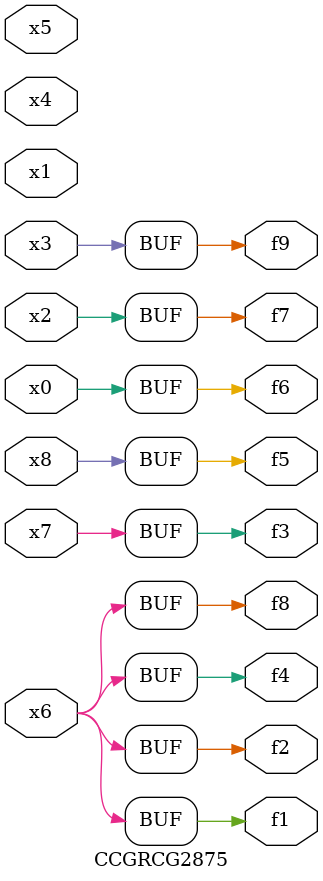
<source format=v>
module CCGRCG2875(
	input x0, x1, x2, x3, x4, x5, x6, x7, x8,
	output f1, f2, f3, f4, f5, f6, f7, f8, f9
);
	assign f1 = x6;
	assign f2 = x6;
	assign f3 = x7;
	assign f4 = x6;
	assign f5 = x8;
	assign f6 = x0;
	assign f7 = x2;
	assign f8 = x6;
	assign f9 = x3;
endmodule

</source>
